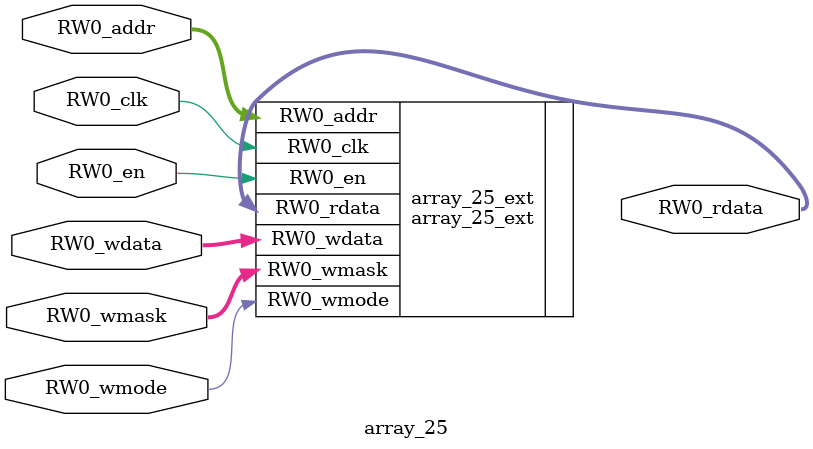
<source format=sv>
`ifndef RANDOMIZE
  `ifdef RANDOMIZE_MEM_INIT
    `define RANDOMIZE
  `endif // RANDOMIZE_MEM_INIT
`endif // not def RANDOMIZE
`ifndef RANDOMIZE
  `ifdef RANDOMIZE_REG_INIT
    `define RANDOMIZE
  `endif // RANDOMIZE_REG_INIT
`endif // not def RANDOMIZE

`ifndef RANDOM
  `define RANDOM $random
`endif // not def RANDOM

// Users can define INIT_RANDOM as general code that gets injected into the
// initializer block for modules with registers.
`ifndef INIT_RANDOM
  `define INIT_RANDOM
`endif // not def INIT_RANDOM

// If using random initialization, you can also define RANDOMIZE_DELAY to
// customize the delay used, otherwise 0.002 is used.
`ifndef RANDOMIZE_DELAY
  `define RANDOMIZE_DELAY 0.002
`endif // not def RANDOMIZE_DELAY

// Define INIT_RANDOM_PROLOG_ for use in our modules below.
`ifndef INIT_RANDOM_PROLOG_
  `ifdef RANDOMIZE
    `ifdef VERILATOR
      `define INIT_RANDOM_PROLOG_ `INIT_RANDOM
    `else  // VERILATOR
      `define INIT_RANDOM_PROLOG_ `INIT_RANDOM #`RANDOMIZE_DELAY begin end
    `endif // VERILATOR
  `else  // RANDOMIZE
    `define INIT_RANDOM_PROLOG_
  `endif // RANDOMIZE
`endif // not def INIT_RANDOM_PROLOG_

// Include register initializers in init blocks unless synthesis is set
`ifndef SYNTHESIS
  `ifndef ENABLE_INITIAL_REG_
    `define ENABLE_INITIAL_REG_
  `endif // not def ENABLE_INITIAL_REG_
`endif // not def SYNTHESIS

// Include rmemory initializers in init blocks unless synthesis is set
`ifndef SYNTHESIS
  `ifndef ENABLE_INITIAL_MEM_
    `define ENABLE_INITIAL_MEM_
  `endif // not def ENABLE_INITIAL_MEM_
`endif // not def SYNTHESIS

module array_25(
  input  [12:0]  RW0_addr,
  input          RW0_en,
  input          RW0_clk,
  input          RW0_wmode,
  input  [173:0] RW0_wdata,
  output [173:0] RW0_rdata,
  input  [5:0]   RW0_wmask
);

  array_25_ext array_25_ext (
    .RW0_addr  (RW0_addr),
    .RW0_en    (RW0_en),
    .RW0_clk   (RW0_clk),
    .RW0_wmode (RW0_wmode),
    .RW0_wdata (RW0_wdata),
    .RW0_rdata (RW0_rdata),
    .RW0_wmask (RW0_wmask)
  );
endmodule


</source>
